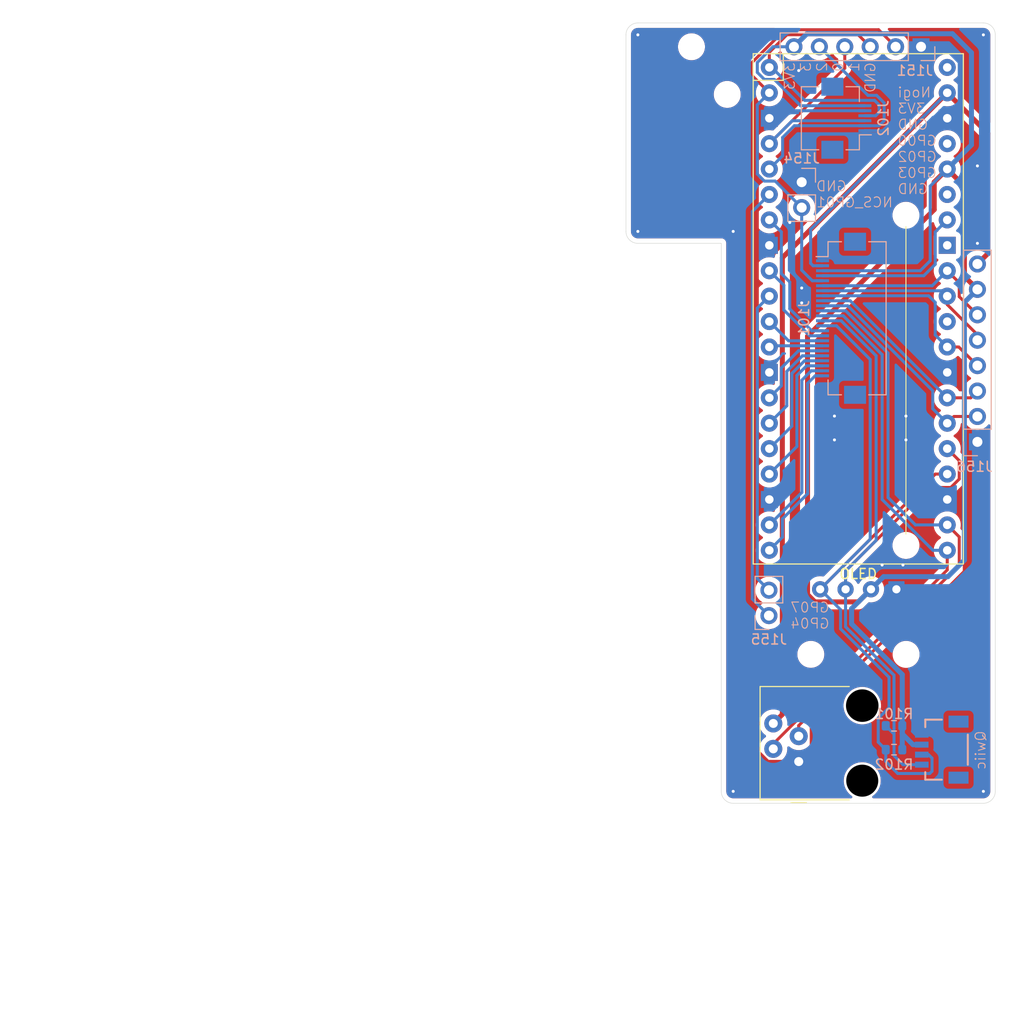
<source format=kicad_pcb>
(kicad_pcb (version 20241229) (generator "pcbnew") (generator_version "9.0")
  (layers (0 "F.Cu" signal) (2 "B.Cu" signal) (13 "F.Paste" user) (15 "B.Paste" user) (5 "F.SilkS" user "F.Silkscreen") (7 "B.SilkS" user "B.Silkscreen") (1 "F.Mask" user) (3 "B.Mask" user) (25 "Edge.Cuts" user))
  (net 0 "")
  (net 1 "GP00_MISO_L")
  (net 2 "GP02_SCLK_L")
  (net 3 "GP03_MOSI_L")
  (net 4 "3V3_L")
  (net 5 "COL13_GP01_NCS_L")
  (net 6 "COL6_GP16_L")
  (net 7 "SDA{slash}SCK_L")
  (net 8 "SCL{slash}TX_L")
  (net 9 "COL7_GP17_L")
  (net 10 "GND_L")
  (net 15 "COL0_L")
  (net 16 "COL1_L")
  (net 17 "COL2_L")
  (net 18 "COL3_L")
  (net 19 "COL4_L")
  (net 20 "COL5_L")
  (net 21 "ROW1_L")
  (net 22 "ROW2_L")
  (net 23 "ROW3_L")
  (net 24 "ROW4_L")
  (net 27 "COL8_L")
  (net 28 "COL9_L")
  (net 29 "COL10_L")
  (net 30 "COL11_L")
  (net 31 "COL12_L")
  (net 32 "ROW0_L")
  (net 33 "VCC_L")
  (net 35 "GP04_L")
  (net 36 "GP07_L")
  (footprint "kbd_Hole:m2_Screw_Hole" (layer "F.Cu") (at 151.209409 34.52801)
    (property "Reference" "Ref**")
    (property "Value" "Val**")
    (pad "" np_thru_hole circle (at 0 0) (size 2.2 2.2) (drill 2.2) (layers "*.Cu" "*.Mask"))
  )
  (footprint "kbd_Hole:m2_Screw_Hole" (layer "F.Cu") (at 147.637624 29.76565)
    (property "Reference" "Ref**")
    (property "Value" "Val**")
    (pad "" np_thru_hole circle (at 0 0) (size 2.2 2.2) (drill 2.2) (layers "*.Cu" "*.Mask"))
  )
  (footprint "Rikkodo_FootPrint:rkd_Guard_Screw_Hall" (layer "F.Cu") (at 164.325122 60.72188 -90)
    (property "Reference" "Point1" (hide yes))
    (property "Value" "Guard_Screw_Hall" (hide yes))
    (pad "" np_thru_hole circle (at 29.765625 -4.7625 270) (size 2.2 2.2) (drill 2.2) (layers "*.Cu" "*.Mask"))
    (pad "" np_thru_hole circle (at 29.765625 4.7625 270) (size 2.2 2.2) (drill 2.2) (layers "*.Cu" "*.Mask"))
  )
  (footprint "Connector_RJ:RJ9_Evercom_5301-440xxx_Horizontal" (layer "F.Cu") (at 158.353125 101.203125 90)
    (property "Reference" "J153" (hide yes))
    (property "Value" "RJ9")
    (fp_line (start 7.5 -3.86) (end 7.5 5.05) (stroke (width 0.12)) (layer "F.SilkS"))
    (fp_line (start -3.82 -3.86) (end 7.5 -3.86) (stroke (width 0.12)) (layer "F.SilkS"))
    (fp_line (start -4.11 0.765) (end -4.11 -0.765) (stroke (width 0.12)) (layer "F.SilkS"))
    (fp_line (start -3.82 5.05) (end -3.82 -3.86) (stroke (width 0.12)) (layer "F.SilkS"))
    (pad "" np_thru_hole circle (at -1.91 6.35 90) (size 3.25 3.25) (drill 3.2) (layers "*.Mask"))
    (pad "" np_thru_hole circle (at 5.59 6.35 90) (size 3.25 3.25) (drill 3.25) (layers "*.Mask"))
    (pad "1" thru_hole roundrect (at 0 0 90) (size 1.8 1.8) (drill 0.9) (layers "*.Cu" "*.Mask") (roundrect_rratio 0.1388888889) (net 10 "GND_L"))
    (pad "2" thru_hole circle (at 1.27 -2.54 90) (size 1.8 1.8) (drill 0.9) (layers "*.Cu" "*.Mask") (net 6 "COL6_GP16_L"))
    (pad "3" thru_hole circle (at 2.54 0 90) (size 1.8 1.8) (drill 0.9) (layers "*.Cu" "*.Mask") (net 9 "COL7_GP17_L"))
    (pad "4" thru_hole circle (at 3.81 -2.54 90) (size 1.8 1.8) (drill 0.9) (layers "*.Cu" "*.Mask") (net 33 "VCC_L"))
  )
  (footprint "Rikkodo_FootPrint:rkd_RPi_Pico_TH_NODBG" (layer "F.Cu") (at 164.306374 55.9594)
    (property "Reference" "U101" (hide yes))
    (property "Value" "Pico")
    (fp_line (start -10.5 -25.5) (end -10.5 25.5) (stroke (width 0.12)) (layer "F.SilkS"))
    (fp_line (start -10.5 -25.5) (end 10.5 -25.5) (stroke (width 0.12)) (layer "F.SilkS"))
    (fp_line (start -10.5 -22.833) (end -7.493 -22.833) (stroke (width 0.12)) (layer "F.SilkS"))
    (fp_line (start -7.493 -22.833) (end -7.493 -25.5) (stroke (width 0.12)) (layer "F.SilkS"))
    (fp_line (start 10.5 -25.5) (end 10.5 25.5) (stroke (width 0.12)) (layer "F.SilkS"))
    (fp_line (start 10.5 25.5) (end -10.5 25.5) (stroke (width 0.12)) (layer "F.SilkS"))
    (pad "1" thru_hole oval (at -8.89 -24.13) (size 1.7 1.7) (drill 0.85) (layers "*.Cu" "*.Mask") (net 1 "GP00_MISO_L"))
    (pad "2" thru_hole oval (at -8.89 -21.59) (size 1.7 1.7) (drill 0.85) (layers "*.Cu" "*.Mask") (net 5 "COL13_GP01_NCS_L"))
    (pad "3" thru_hole rect (at -8.89 -19.05) (size 1.7 1.7) (drill 0.85) (layers "*.Cu" "*.Mask") (net 10 "GND_L"))
    (pad "4" thru_hole oval (at -8.89 -16.51) (size 1.7 1.7) (drill 0.85) (layers "*.Cu" "*.Mask") (net 2 "GP02_SCLK_L"))
    (pad "5" thru_hole oval (at -8.89 -13.97) (size 1.7 1.7) (drill 0.85) (layers "*.Cu" "*.Mask") (net 3 "GP03_MOSI_L"))
    (pad "6" thru_hole oval (at -8.89 -11.43) (size 1.7 1.7) (drill 0.85) (layers "*.Cu" "*.Mask") (net 35 "GP04_L"))
    (pad "7" thru_hole oval (at -8.89 -8.89) (size 1.7 1.7) (drill 0.85) (layers "*.Cu" "*.Mask") (net 15 "COL0_L"))
    (pad "8" thru_hole rect (at -8.89 -6.35) (size 1.7 1.7) (drill 0.85) (layers "*.Cu" "*.Mask") (net 10 "GND_L"))
    (pad "9" thru_hole oval (at -8.89 -3.81) (size 1.7 1.7) (drill 0.85) (layers "*.Cu" "*.Mask") (net 16 "COL1_L"))
    (pad "10" thru_hole oval (at -8.89 -1.27) (size 1.7 1.7) (drill 0.85) (layers "*.Cu" "*.Mask") (net 36 "GP07_L"))
    (pad "11" thru_hole oval (at -8.89 1.27) (size 1.7 1.7) (drill 0.85) (layers "*.Cu" "*.Mask") (net 17 "COL2_L"))
    (pad "12" thru_hole oval (at -8.89 3.81) (size 1.7 1.7) (drill 0.85) (layers "*.Cu" "*.Mask") (net 18 "COL3_L"))
    (pad "13" thru_hole rect (at -8.89 6.35) (size 1.7 1.7) (drill 0.85) (layers "*.Cu" "*.Mask") (net 10 "GND_L"))
    (pad "14" thru_hole oval (at -8.89 8.89) (size 1.7 1.7) (drill 0.85) (layers "*.Cu" "*.Mask") (net 19 "COL4_L"))
    (pad "15" thru_hole oval (at -8.89 11.43) (size 1.7 1.7) (drill 0.85) (layers "*.Cu" "*.Mask") (net 20 "COL5_L"))
    (pad "16" thru_hole oval (at -8.89 13.97) (size 1.7 1.7) (drill 0.85) (layers "*.Cu" "*.Mask") (net 21 "ROW1_L"))
    (pad "17" thru_hole oval (at -8.89 16.51) (size 1.7 1.7) (drill 0.85) (layers "*.Cu" "*.Mask") (net 22 "ROW2_L"))
    (pad "18" thru_hole rect (at -8.89 19.05) (size 1.7 1.7) (drill 0.85) (layers "*.Cu" "*.Mask") (net 10 "GND_L"))
    (pad "19" thru_hole oval (at -8.89 21.59) (size 1.7 1.7) (drill 0.85) (layers "*.Cu" "*.Mask") (net 23 "ROW3_L"))
    (pad "20" thru_hole oval (at -8.89 24.13) (size 1.7 1.7) (drill 0.85) (layers "*.Cu" "*.Mask") (net 24 "ROW4_L"))
    (pad "21" thru_hole oval (at 8.89 24.13) (size 1.7 1.7) (drill 0.85) (layers "*.Cu" "*.Mask") (net 6 "COL6_GP16_L"))
    (pad "22" thru_hole oval (at 8.89 21.59) (size 1.7 1.7) (drill 0.85) (layers "*.Cu" "*.Mask") (net 9 "COL7_GP17_L"))
    (pad "23" thru_hole rect (at 8.89 19.05) (size 1.7 1.7) (drill 0.85) (layers "*.Cu" "*.Mask") (net 10 "GND_L"))
    (pad "24" thru_hole oval (at 8.89 16.51) (size 1.7 1.7) (drill 0.85) (layers "*.Cu" "*.Mask") (net 7 "SDA{slash}SCK_L"))
    (pad "25" thru_hole oval (at 8.89 13.97) (size 1.7 1.7) (drill 0.85) (layers "*.Cu" "*.Mask") (net 8 "SCL{slash}TX_L"))
    (pad "26" thru_hole oval (at 8.89 11.43) (size 1.7 1.7) (drill 0.85) (layers "*.Cu" "*.Mask") (net 27 "COL8_L"))
    (pad "27" thru_hole oval (at 8.89 8.89) (size 1.7 1.7) (drill 0.85) (layers "*.Cu" "*.Mask") (net 28 "COL9_L"))
    (pad "28" thru_hole rect (at 8.89 6.35) (size 1.7 1.7) (drill 0.85) (layers "*.Cu" "*.Mask") (net 10 "GND_L"))
    (pad "29" thru_hole oval (at 8.89 3.81) (size 1.7 1.7) (drill 0.85) (layers "*.Cu" "*.Mask") (net 29 "COL10_L"))
    (pad "30" thru_hole oval (at 8.89 1.27) (size 1.7 1.7) (drill 0.85) (layers "*.Cu" "*.Mask"))
    (pad "31" thru_hole oval (at 8.89 -1.27) (size 1.7 1.7) (drill 0.85) (layers "*.Cu" "*.Mask") (net 30 "COL11_L"))
    (pad "32" thru_hole oval (at 8.89 -3.81) (size 1.7 1.7) (drill 0.85) (layers "*.Cu" "*.Mask") (net 31 "COL12_L"))
    (pad "33" thru_hole rect (at 8.89 -6.35) (size 1.7 1.7) (drill 0.85) (layers "*.Cu" "*.Mask"))
    (pad "34" thru_hole oval (at 8.89 -8.89) (size 1.7 1.7) (drill 0.85) (layers "*.Cu" "*.Mask") (net 32 "ROW0_L"))
    (pad "35" thru_hole oval (at 8.89 -11.43) (size 1.7 1.7) (drill 0.85) (layers "*.Cu" "*.Mask"))
    (pad "36" thru_hole oval (at 8.89 -13.97) (size 1.7 1.7) (drill 0.85) (layers "*.Cu" "*.Mask") (net 4 "3V3_L"))
    (pad "37" thru_hole oval (at 8.89 -16.51) (size 1.7 1.7) (drill 0.85) (layers "*.Cu" "*.Mask"))
    (pad "38" thru_hole rect (at 8.89 -19.05) (size 1.7 1.7) (drill 0.85) (layers "*.Cu" "*.Mask") (net 10 "GND_L"))
    (pad "39" thru_hole oval (at 8.89 -21.59) (size 1.7 1.7) (drill 0.85) (layers "*.Cu" "*.Mask") (net 33 "VCC_L"))
    (pad "40" thru_hole oval (at 8.89 -24.13) (size 1.7 1.7) (drill 0.85) (layers "*.Cu" "*.Mask"))
  )
  (footprint "BrownSugar_KBD:OLED_center_display" (layer "F.Cu") (at 164.306374 65.4844)
    (property "Reference" "OL101")
    (property "Value" "OLED")
    (fp_text user "OLED" (at -0.00013 16.966284 0) (layer "F.SilkS"))
    (pad "1" thru_hole circle (at -3.81 18.5) (size 1.62 1.62) (drill 0.82) (layers "*.Cu" "*.Mask") (net 7 "SDA{slash}SCK_L"))
    (pad "2" thru_hole circle (at -1.27 18.5) (size 1.62 1.62) (drill 0.82) (layers "*.Cu" "*.Mask") (net 8 "SCL{slash}TX_L"))
    (pad "3" thru_hole circle (at 1.27 18.5) (size 1.62 1.62) (drill 0.82) (layers "*.Cu" "*.Mask") (net 4 "3V3_L"))
    (pad "4" thru_hole rect (at 3.81 18.5) (size 1.62 1.62) (drill 0.82) (layers "*.Cu" "*.Mask") (net 10 "GND_L"))
  )
  (footprint "Rikkodo_FootPrint:rkd_unified_wid_BTM" (layer "F.Cu") (at 169.068784 63.10301 -90)
    (property "Reference" "UnifiedW**" (hide yes))
    (property "Value" "rkd_unified_wid_BTM" (hide yes))
    (fp_line (start 16.5 0) (end -16.5 0) (stroke (width 0.1)) (layer "F.SilkS"))
    (pad "" np_thru_hole circle (at -16.5 0 270) (size 2.2 2.2) (drill 2.2) (layers "*.Cu" "*.Mask"))
    (pad "" np_thru_hole circle (at 16.5 0 270) (size 2.2 2.2) (drill 2.2) (layers "*.Cu" "*.Mask"))
  )
  (footprint "Resistor_SMD:R_0603_1608Metric" (layer "B.Cu") (at 167.878125 97.63125 180)
    (property "Reference" "R101" (at 0.000141 1.190625 0) (layer "B.SilkS") (effects (justify mirror)))
    (property "Value" "1kΩ")
    (fp_line (start -0.237258 0.5225) (end 0.237258 0.5225) (stroke (width 0.12)) (layer "B.SilkS"))
    (fp_line (start -0.237258 -0.5225) (end 0.237258 -0.5225) (stroke (width 0.12)) (layer "B.SilkS"))
    (pad "1" smd roundrect (at -0.825 0 180) (size 0.8 0.95) (layers "B.Cu" "B.Mask" "B.Paste") (net 4 "3V3_L"))
    (pad "2" smd roundrect (at 0.825 0 180) (size 0.8 0.95) (layers "B.Cu" "B.Mask" "B.Paste") (net 8 "SCL{slash}TX_L"))
  )
  (footprint "Connector_PinHeader_2.54mm:PinHeader_1x02_P2.54mm_Vertical" (layer "B.Cu") (at 158.650648 43.299024 180)
    (property "Reference" "J154" (at 0 2.38 0) (layer "B.SilkS") (effects (justify mirror)))
    (property "Value" "Conn_01x02_Socket")
    (fp_line (start 1.38 -1.27) (end 1.38 -3.92) (stroke (width 0.12)) (layer "B.SilkS"))
    (fp_line (start -1.38 1.38) (end 0 1.38) (stroke (width 0.12)) (layer "B.SilkS"))
    (fp_line (start -1.38 0) (end -1.38 1.38) (stroke (width 0.12)) (layer "B.SilkS"))
    (fp_line (start -1.38 -1.27) (end 1.38 -1.27) (stroke (width 0.12)) (layer "B.SilkS"))
    (fp_line (start -1.38 -1.27) (end -1.38 -3.92) (stroke (width 0.12)) (layer "B.SilkS"))
    (fp_line (start -1.38 -3.92) (end 1.38 -3.92) (stroke (width 0.12)) (layer "B.SilkS"))
    (pad "1" thru_hole rect (at 0 0 180) (size 1.7 1.7) (drill 1) (layers "*.Cu" "*.Mask") (net 10 "GND_L"))
    (pad "2" thru_hole circle (at 0 -2.54 180) (size 1.7 1.7) (drill 1) (layers "*.Cu" "*.Mask") (net 5 "COL13_GP01_NCS_L"))
  )
  (footprint "SparkFun-Connector:JST_SMD_1.0mm-4_Black" (layer "B.Cu") (at 170.651625 100.0125 -90)
    (property "Reference" "J152")
    (property "Value" "Qwiic_RA")
    (fp_line (start -3 -0.35) (end -2.25 -0.35) (stroke (width 0.2032)) (layer "B.SilkS"))
    (fp_line (start 2.25 -0.35) (end 3 -0.35) (stroke (width 0.2032)) (layer "B.SilkS"))
    (fp_line (start 3 -0.35) (end 3 -2) (stroke (width 0.2032)) (layer "B.SilkS"))
    (fp_line (start -3 -2) (end -3 -0.35) (stroke (width 0.2032)) (layer "B.SilkS"))
    (fp_line (start -1.5 -4.6) (end 1.5 -4.6) (stroke (width 0.2032)) (layer "B.SilkS"))
    (pad "1" smd rect (at -1.5 0 270) (size 0.6 1.35) (layers "B.Cu" "B.Mask" "B.Paste") (net 10 "GND_L"))
    (pad "2" smd rect (at -0.5 0 270) (size 0.6 1.35) (layers "B.Cu" "B.Mask" "B.Paste") (net 4 "3V3_L"))
    (pad "3" smd rect (at 0.5 0 270) (size 0.6 1.35) (layers "B.Cu" "B.Mask" "B.Paste") (net 7 "SDA{slash}SCK_L"))
    (pad "4" smd rect (at 1.5 0 270) (size 0.6 1.35) (layers "B.Cu" "B.Mask" "B.Paste") (net 8 "SCL{slash}TX_L"))
    (pad "NC1" smd rect (at 2.8 -3.675 270) (size 1.2 2) (layers "B.Cu" "B.Mask" "B.Paste"))
    (pad "NC2" smd rect (at -2.8 -3.675 270) (size 1.2 2) (layers "B.Cu" "B.Mask" "B.Paste"))
  )
  (footprint "Connector_PinHeader_2.54mm:PinHeader_1x06_P2.54mm_Vertical" (layer "B.Cu") (at 170.576875 29.765625 90)
    (property "Reference" "J151" (at -2.381223 -0.615299 0) (layer "B.SilkS") (effects (justify mirror)))
    (property "Value" "Conn_01x06")
    (fp_line (start -1.38 -14.08) (end 1.38 -14.08) (stroke (width 0.12)) (layer "B.SilkS"))
    (fp_line (start 1.38 -1.27) (end 1.38 -14.08) (stroke (width 0.12)) (layer "B.SilkS"))
    (fp_line (start -1.38 -1.27) (end -1.38 -14.08) (stroke (width 0.12)) (layer "B.SilkS"))
    (fp_line (start -1.38 -1.27) (end 1.38 -1.27) (stroke (width 0.12)) (layer "B.SilkS"))
    (fp_line (start -1.38 0) (end -1.38 1.38) (stroke (width 0.12)) (layer "B.SilkS"))
    (fp_line (start -1.38 1.38) (end 0 1.38) (stroke (width 0.12)) (layer "B.SilkS"))
    (pad "1" thru_hole rect (at 0 0 90) (size 1.7 1.7) (drill 1) (layers "*.Cu" "*.Mask") (net 10 "GND_L"))
    (pad "2" thru_hole circle (at 0 -2.54 90) (size 1.7 1.7) (drill 1) (layers "*.Cu" "*.Mask") (net 5 "COL13_GP01_NCS_L"))
    (pad "3" thru_hole circle (at 0 -5.08 90) (size 1.7 1.7) (drill 1) (layers "*.Cu" "*.Mask") (net 1 "GP00_MISO_L"))
    (pad "4" thru_hole circle (at 0 -7.62 90) (size 1.7 1.7) (drill 1) (layers "*.Cu" "*.Mask") (net 2 "GP02_SCLK_L"))
    (pad "5" thru_hole circle (at 0 -10.16 90) (size 1.7 1.7) (drill 1) (layers "*.Cu" "*.Mask") (net 3 "GP03_MOSI_L"))
    (pad "6" thru_hole circle (at 0 -12.7 90) (size 1.7 1.7) (drill 1) (layers "*.Cu" "*.Mask") (net 4 "3V3_L"))
  )
  (footprint "Connector_FFC-FPC:Hirose_FH12-6S-0.5SH_1x06-1MP_P0.50mm_Horizontal" (layer "B.Cu") (at 163.115625 36.909375 90)
    (property "Reference" "J102" (at 0 3.7 90) (layer "B.SilkS") (effects (justify mirror)))
    (property "Value" "Conn_01x06")
    (fp_line (start 3.15 -4.5) (end 3.15 -2.76) (stroke (width 0.12)) (layer "B.SilkS"))
    (fp_line (start -3.15 -4.5) (end 3.15 -4.5) (stroke (width 0.12)) (layer "B.SilkS"))
    (fp_line (start -3.15 -2.76) (end -3.15 -4.5) (stroke (width 0.12)) (layer "B.SilkS"))
    (fp_line (start 3.15 1.3) (end 3.15 -0.04) (stroke (width 0.12)) (layer "B.SilkS"))
    (fp_line (start 1.66 1.3) (end 3.15 1.3) (stroke (width 0.12)) (layer "B.SilkS"))
    (fp_line (start -1.66 1.3) (end -3.15 1.3) (stroke (width 0.12)) (layer "B.SilkS"))
    (fp_line (start -1.66 1.3) (end -1.66 2.5) (stroke (width 0.12)) (layer "B.SilkS"))
    (fp_line (start -3.15 1.3) (end -3.15 -0.04) (stroke (width 0.12)) (layer "B.SilkS"))
    (pad "1" smd rect (at -1.25 1.85 90) (size 0.3 1.3) (layers "B.Cu" "B.Mask" "B.Paste") (net 10 "GND_L"))
    (pad "2" smd rect (at -0.75 1.85 90) (size 0.3 1.3) (layers "B.Cu" "B.Mask" "B.Paste") (net 3 "GP03_MOSI_L"))
    (pad "3" smd rect (at -0.25 1.85 90) (size 0.3 1.3) (layers "B.Cu" "B.Mask" "B.Paste") (net 2 "GP02_SCLK_L"))
    (pad "4" smd rect (at 0.25 1.85 90) (size 0.3 1.3) (layers "B.Cu" "B.Mask" "B.Paste") (net 1 "GP00_MISO_L"))
    (pad "5" smd rect (at 0.75 1.85 90) (size 0.3 1.3) (layers "B.Cu" "B.Mask" "B.Paste") (net 10 "GND_L"))
    (pad "6" smd rect (at 1.25 1.85 90) (size 0.3 1.3) (layers "B.Cu" "B.Mask" "B.Paste") (net 4 "3V3_L"))
    (pad "MP" smd rect (at -3.15 -1.4 90) (size 1.8 2.2) (layers "B.Cu" "B.Mask" "B.Paste"))
    (pad "MP" smd rect (at 3.15 -1.4 90) (size 1.8 2.2) (layers "B.Cu" "B.Mask" "B.Paste"))
  )
  (footprint "Connector_PinHeader_2.54mm:PinHeader_1x02_P2.54mm_Vertical" (layer "B.Cu") (at 155.376432 86.617896)
    (property "Reference" "J155" (at 0 2.38 180) (layer "B.SilkS") (effects (justify mirror)))
    (property "Value" "Conn_01x02_Socket")
    (fp_line (start -1.38 -3.92) (end 1.38 -3.92) (stroke (width 0.12)) (layer "B.SilkS"))
    (fp_line (start -1.38 -1.27) (end -1.38 -3.92) (stroke (width 0.12)) (layer "B.SilkS"))
    (fp_line (start -1.38 -1.27) (end 1.38 -1.27) (stroke (width 0.12)) (layer "B.SilkS"))
    (fp_line (start -1.38 0) (end -1.38 1.38) (stroke (width 0.12)) (layer "B.SilkS"))
    (fp_line (start -1.38 1.38) (end 0 1.38) (stroke (width 0.12)) (layer "B.SilkS"))
    (fp_line (start 1.38 -1.27) (end 1.38 -3.92) (stroke (width 0.12)) (layer "B.SilkS"))
    (pad "1" thru_hole circle (at 0 0) (size 1.7 1.7) (drill 1) (layers "*.Cu" "*.Mask") (net 35 "GP04_L"))
    (pad "2" thru_hole circle (at 0 -2.54) (size 1.7 1.7) (drill 1) (layers "*.Cu" "*.Mask") (net 36 "GP07_L"))
  )
  (footprint "Connector_PinHeader_2.54mm:PinHeader_1x08_P2.54mm_Vertical" (layer "B.Cu") (at 176.212648 69.254735)
    (property "Reference" "J156" (at -0.297952 2.480361 180) (layer "B.SilkS") (effects (justify mirror)))
    (property "Value" "Conn_01x08")
    (fp_line (start -1.38 -19.16) (end 1.38 -19.16) (stroke (width 0.12)) (layer "B.SilkS"))
    (fp_line (start -1.38 -1.27) (end -1.38 -19.16) (stroke (width 0.12)) (layer "B.SilkS"))
    (fp_line (start -1.38 -1.27) (end 1.38 -1.27) (stroke (width 0.12)) (layer "B.SilkS"))
    (fp_line (start -1.38 0) (end -1.38 1.38) (stroke (width 0.12)) (layer "B.SilkS"))
    (fp_line (start -1.38 1.38) (end 0 1.38) (stroke (width 0.12)) (layer "B.SilkS"))
    (fp_line (start 1.38 -1.27) (end 1.38 -19.16) (stroke (width 0.12)) (layer "B.SilkS"))
    (pad "1" thru_hole rect (at 0 0) (size 1.7 1.7) (drill 1) (layers "*.Cu" "*.Mask") (net 10 "GND_L"))
    (pad "2" thru_hole circle (at 0 -2.54) (size 1.7 1.7) (drill 1) (layers "*.Cu" "*.Mask") (net 27 "COL8_L"))
    (pad "3" thru_hole circle (at 0 -5.08) (size 1.7 1.7) (drill 1) (layers "*.Cu" "*.Mask") (net 28 "COL9_L"))
    (pad "4" thru_hole circle (at 0 -7.62) (size 1.7 1.7) (drill 1) (layers "*.Cu" "*.Mask") (net 29 "COL10_L"))
    (pad "5" thru_hole circle (at 0 -10.16) (size 1.7 1.7) (drill 1) (layers "*.Cu" "*.Mask") (net 30 "COL11_L"))
    (pad "6" thru_hole circle (at 0 -12.7) (size 1.7 1.7) (drill 1) (layers "*.Cu" "*.Mask") (net 31 "COL12_L"))
    (pad "7" thru_hole circle (at 0 -15.24) (size 1.7 1.7) (drill 1) (layers "*.Cu" "*.Mask") (net 4 "3V3_L"))
    (pad "8" thru_hole circle (at 0 -17.78) (size 1.7 1.7) (drill 1) (layers "*.Cu" "*.Mask") (net 33 "VCC_L"))
  )
  (footprint "Connector_FFC-FPC:Hirose_FH12-24S-0.5SH_1x24-1MP_P0.50mm_Horizontal" (layer "B.Cu") (at 162.584375 56.9 -90)
    (property "Reference" "J101" (at 0 3.7 90) (layer "B.SilkS") (effects (justify mirror)))
    (property "Value" "Conn_01x24")
    (fp_line (start -7.65 1.3) (end -7.65 -0.04) (stroke (width 0.12)) (layer "B.SilkS"))
    (fp_line (start -6.16 1.3) (end -6.16 2.5) (stroke (width 0.12)) (layer "B.SilkS"))
    (fp_line (start -6.16 1.3) (end -7.65 1.3) (stroke (width 0.12)) (layer "B.SilkS"))
    (fp_line (start 6.16 1.3) (end 7.65 1.3) (stroke (width 0.12)) (layer "B.SilkS"))
    (fp_line (start 7.65 1.3) (end 7.65 -0.04) (stroke (width 0.12)) (layer "B.SilkS"))
    (fp_line (start -7.65 -2.76) (end -7.65 -4.5) (stroke (width 0.12)) (layer "B.SilkS"))
    (fp_line (start -7.65 -4.5) (end 7.65 -4.5) (stroke (width 0.12)) (layer "B.SilkS"))
    (fp_line (start 7.65 -4.5) (end 7.65 -2.76) (stroke (width 0.12)) (layer "B.SilkS"))
    (pad "1" smd rect (at -5.75 1.85 270) (size 0.3 1.3) (layers "B.Cu" "B.Mask" "B.Paste") (net 10 "GND_L"))
    (pad "2" smd rect (at -5.25 1.85 270) (size 0.3 1.3) (layers "B.Cu" "B.Mask" "B.Paste") (net 33 "VCC_L"))
    (pad "3" smd rect (at -4.75 1.85 270) (size 0.3 1.3) (layers "B.Cu" "B.Mask" "B.Paste") (net 4 "3V3_L"))
    (pad "4" smd rect (at -4.25 1.85 270) (size 0.3 1.3) (layers "B.Cu" "B.Mask" "B.Paste") (net 32 "ROW0_L"))
    (pad "5" smd rect (at -3.75 1.85 270) (size 0.3 1.3) (layers "B.Cu" "B.Mask" "B.Paste") (net 5 "COL13_GP01_NCS_L"))
    (pad "6" smd rect (at -3.25 1.85 270) (size 0.3 1.3) (layers "B.Cu" "B.Mask" "B.Paste") (net 31 "COL12_L"))
    (pad "7" smd rect (at -2.75 1.85 270) (size 0.3 1.3) (layers "B.Cu" "B.Mask" "B.Paste") (net 30 "COL11_L"))
    (pad "8" smd rect (at -2.25 1.85 270) (size 0.3 1.3) (layers "B.Cu" "B.Mask" "B.Paste") (net 29 "COL10_L"))
    (pad "9" smd rect (at -1.75 1.85 270) (size 0.3 1.3) (layers "B.Cu" "B.Mask" "B.Paste") (net 28 "COL9_L"))
    (pad "10" smd rect (at -1.25 1.85 270) (size 0.3 1.3) (layers "B.Cu" "B.Mask" "B.Paste") (net 27 "COL8_L"))
    (pad "11" smd rect (at -0.75 1.85 270) (size 0.3 1.3) (layers "B.Cu" "B.Mask" "B.Paste") (net 9 "COL7_GP17_L"))
    (pad "12" smd rect (at -0.25 1.85 270) (size 0.3 1.3) (layers "B.Cu" "B.Mask" "B.Paste") (net 6 "COL6_GP16_L"))
    (pad "13" smd rect (at 0.25 1.85 270) (size 0.3 1.3) (layers "B.Cu" "B.Mask" "B.Paste") (net 8 "SCL{slash}TX_L"))
    (pad "14" smd rect (at 0.75 1.85 270) (size 0.3 1.3) (layers "B.Cu" "B.Mask" "B.Paste") (net 7 "SDA{slash}SCK_L"))
    (pad "15" smd rect (at 1.25 1.85 270) (size 0.3 1.3) (layers "B.Cu" "B.Mask" "B.Paste") (net 15 "COL0_L"))
    (pad "16" smd rect (at 1.75 1.85 270) (size 0.3 1.3) (layers "B.Cu" "B.Mask" "B.Paste") (net 16 "COL1_L"))
    (pad "17" smd rect (at 2.25 1.85 270) (size 0.3 1.3) (layers "B.Cu" "B.Mask" "B.Paste") (net 17 "COL2_L"))
    (pad "18" smd rect (at 2.75 1.85 270) (size 0.3 1.3) (layers "B.Cu" "B.Mask" "B.Paste") (net 18 "COL3_L"))
    (pad "19" smd rect (at 3.25 1.85 270) (size 0.3 1.3) (layers "B.Cu" "B.Mask" "B.Paste") (net 19 "COL4_L"))
    (pad "20" smd rect (at 3.75 1.85 270) (size 0.3 1.3) (layers "B.Cu" "B.Mask" "B.Paste") (net 20 "COL5_L"))
    (pad "21" smd rect (at 4.25 1.85 270) (size 0.3 1.3) (layers "B.Cu" "B.Mask" "B.Paste") (net 21 "ROW1_L"))
    (pad "22" smd rect (at 4.75 1.85 270) (size 0.3 1.3) (layers "B.Cu" "B.Mask" "B.Paste") (net 22 "ROW2_L"))
    (pad "23" smd rect (at 5.25 1.85 270) (size 0.3 1.3) (layers "B.Cu" "B.Mask" "B.Paste") (net 23 "ROW3_L"))
    (pad "24" smd rect (at 5.75 1.85 270) (size 0.3 1.3) (layers "B.Cu" "B.Mask" "B.Paste") (net 24 "ROW4_L"))
    (pad "MP" smd rect (at -7.65 -1.4 270) (size 1.8 2.2) (layers "B.Cu" "B.Mask" "B.Paste"))
    (pad "MP" smd rect (at 7.65 -1.4 270) (size 1.8 2.2) (layers "B.Cu" "B.Mask" "B.Paste"))
  )
  (footprint "Resistor_SMD:R_0603_1608Metric" (layer "B.Cu") (at 167.878125 100.0125 180)
    (property "Reference" "R102" (at 0.000141 -1.488196 0) (layer "B.SilkS") (effects (justify mirror)))
    (property "Value" "1kΩ")
    (fp_line (start -0.237258 0.5225) (end 0.237258 0.5225) (stroke (width 0.12)) (layer "B.SilkS"))
    (fp_line (start -0.237258 -0.5225) (end 0.237258 -0.5225) (stroke (width 0.12)) (layer "B.SilkS"))
    (pad "1" smd roundrect (at -0.825 0 180) (size 0.8 0.95) (layers "B.Cu" "B.Mask" "B.Paste") (net 4 "3V3_L"))
    (pad "2" smd roundrect (at 0.825 0 180) (size 0.8 0.95) (layers "B.Cu" "B.Mask" "B.Paste") (net 7 "SDA{slash}SCK_L"))
  )
  (gr_arc (start 176.807961 27.384398) (mid 177.649848 27.733141) (end 177.998609 28.575023) (stroke (width 0.05)) (layer "Edge.Cuts"))
  (gr_arc (start 142.279787 49.41102) (mid 141.437898 49.062289) (end 141.089139 48.220395) (stroke (width 0.05)) (layer "Edge.Cuts"))
  (gr_arc (start 141.089182 28.575046) (mid 141.437928 27.733184) (end 142.279807 27.384398) (stroke (width 0.05)) (layer "Edge.Cuts"))
  (gr_line (start 141.089182 28.5751) (end 141.089139 48.220395) (stroke (width 0.05)) (layer "Edge.Cuts"))
  (gr_line (start 142.279787 49.41102) (end 150.614205 49.410979) (stroke (width 0.05)) (layer "Edge.Cuts"))
  (gr_line (start 142.286072 27.384398) (end 176.807961 27.384398) (stroke (width 0.05)) (layer "Edge.Cuts"))
  (gr_line (start 150.614205 49.410979) (end 150.614189 104.171071) (stroke (width 0.05)) (layer "Edge.Cuts"))
  (gr_arc (start 177.998629 104.179795) (mid 177.649905 105.021699) (end 176.808004 105.370443) (stroke (width 0.05)) (layer "Edge.Cuts"))
  (gr_line (start 151.804815 105.370401) (end 176.807961 105.370401) (stroke (width 0.05)) (layer "Edge.Cuts"))
  (gr_arc (start 151.804795 105.370443) (mid 150.962893 105.021716) (end 150.614147 104.179818) (stroke (width 0.05)) (layer "Edge.Cuts"))
  (gr_line (start 177.998587 104.179775) (end 177.998601 28.575023) (stroke (width 0.05)) (layer "Edge.Cuts"))
  (gr_text "3V3\n3\n2\n0\n1\nGND" (at 166.092048 31.25388 90) (layer "B.SilkS") (effects (font (size 1 1) (thickness 0.1)) (justify left bottom mirror)))
  (gr_text "GND\nNCS_GP01" (at 160.030648 45.894024 0) (layer "B.SilkS") (effects (font (size 1 1) (thickness 0.1)) (justify right bottom mirror)))
  (gr_text "GP07\nGP04" (at 157.460024 87.997896 0) (layer "B.SilkS") (effects (font (size 1 1) (thickness 0.1)) (justify right bottom mirror)))
  (gr_text "Nogi\n3V3\nGND\nGP00\nGP02\nGP03\nGND" (at 168.17564 44.569024 0) (layer "B.SilkS") (effects (font (size 1 1) (thickness 0.1)) (justify right bottom mirror)))
  (gr_text "Qwiic" (at 177.10532 102.096008 90) (layer "B.SilkS") (effects (font (size 1 1) (thickness 0.1)) (justify right bottom mirror)))
  (segment (start 164.295875 28.564625) (end 157.172875 28.564625) (width 0.3) (layer "F.Cu") (net 1))
  (segment (start 165.496875 29.765625) (end 164.295875 28.564625) (width 0.3) (layer "F.Cu") (net 1))
  (segment (start 155.416374 30.321126) (end 155.416374 31.8294) (width 0.3) (layer "F.Cu") (net 1))
  (segment (start 157.172875 28.564625) (end 155.416374 30.321126) (width 0.3) (layer "F.Cu") (net 1))
  (segment (start 166.044361 36.659375) (end 166.389704 36.314032) (width 0.3) (layer "B.Cu") (net 1))
  (segment (start 165.931658 35.123408) (end 158.948304 35.123408) (width 0.3) (layer "B.Cu") (net 1))
  (segment (start 164.965625 36.659375) (end 166.044361 36.659375) (width 0.3) (layer "B.Cu") (net 1))
  (segment (start 166.389704 36.314032) (end 166.389704 35.581454) (width 0.3) (layer "B.Cu") (net 1))
  (segment (start 158.948304 35.123408) (end 155.654296 31.8294) (width 0.3) (layer "B.Cu") (net 1))
  (segment (start 155.654296 31.8294) (end 155.416374 31.8294) (width 0.3) (layer "B.Cu") (net 1))
  (segment (start 166.389704 35.581454) (end 165.931658 35.123408) (width 0.3) (layer "B.Cu") (net 1))
  (segment (start 162.956875 31.908899) (end 155.416374 39.4494) (width 0.3) (layer "F.Cu") (net 2))
  (segment (start 162.956875 29.765625) (end 162.956875 31.908899) (width 0.3) (layer "F.Cu") (net 2))
  (segment (start 164.965625 37.159375) (end 157.706399 37.159375) (width 0.3) (layer "B.Cu") (net 2))
  (segment (start 157.706399 37.159375) (end 155.416374 39.4494) (width 0.3) (layer "B.Cu") (net 2))
  (segment (start 156.745807 38.828487) (end 157.914919 37.659375) (width 0.3) (layer "B.Cu") (net 3))
  (segment (start 166.139178 34.622408) (end 166.890704 35.373933) (width 0.3) (layer "B.Cu") (net 3))
  (segment (start 160.416875 29.765625) (end 165.273658 34.622408) (width 0.3) (layer "B.Cu") (net 3))
  (segment (start 166.396021 37.659375) (end 164.965625 37.659375) (width 0.3) (layer "B.Cu") (net 3))
  (segment (start 157.914919 37.659375) (end 164.965625 37.659375) (width 0.3) (layer "B.Cu") (net 3))
  (segment (start 155.416374 41.9894) (end 156.745807 40.659967) (width 0.3) (layer "B.Cu") (net 3))
  (segment (start 165.273658 34.622408) (end 166.139178 34.622408) (width 0.3) (layer "B.Cu") (net 3))
  (segment (start 156.745807 40.659967) (end 156.745807 38.828487) (width 0.3) (layer "B.Cu") (net 3))
  (segment (start 166.890704 35.373933) (end 166.890704 37.164692) (width 0.3) (layer "B.Cu") (net 3))
  (segment (start 166.890704 37.164692) (end 166.396021 37.659375) (width 0.3) (layer "B.Cu") (net 3))
  (segment (start 159.235374 84.506724) (end 159.97405 85.2454) (width 0.5) (layer "F.Cu") (net 4))
  (segment (start 174.911648 52.713735) (end 174.911648 43.704674) (width 0.5) (layer "F.Cu") (net 4))
  (segment (start 164.315374 85.2454) (end 165.576374 83.9844) (width 0.5) (layer "F.Cu") (net 4))
  (segment (start 176.212648 54.014735) (end 174.911648 52.713735) (width 0.5) (layer "F.Cu") (net 4))
  (segment (start 171.895374 43.2904) (end 171.895374 46.040576) (width 0.5) (layer "F.Cu") (net 4))
  (segment (start 159.97405 85.2454) (end 164.315374 85.2454) (width 0.5) (layer "F.Cu") (net 4))
  (segment (start 173.196374 41.9894) (end 171.895374 43.2904) (width 0.5) (layer "F.Cu") (net 4))
  (segment (start 171.895374 46.040576) (end 159.235374 58.700577) (width 0.5) (layer "F.Cu") (net 4))
  (segment (start 174.911648 43.704674) (end 173.196374 41.9894) (width 0.5) (layer "F.Cu") (net 4))
  (segment (start 159.235374 58.700577) (end 159.235374 84.506724) (width 0.5) (layer "F.Cu") (net 4))
  (segment (start 155.913845 33.0304) (end 154.918903 33.0304) (width 0.3) (layer "B.Cu") (net 4))
  (segment (start 168.703125 97.63125) (end 168.703125 100.0125) (width 0.5) (layer "B.Cu") (net 4))
  (segment (start 163.637374 85.9234) (end 163.637374 87.437438) (width 0.5) (layer "B.Cu") (net 4))
  (segment (start 168.703125 97.63125) (end 168.703125 98.441) (width 0.5) (layer "B.Cu") (net 4))
  (segment (start 154.215374 32.326871) (end 154.215374 31.331929) (width 0.3) (layer "B.Cu") (net 4))
  (segment (start 173.260975 82.7234) (end 166.837374 82.7234) (width 0.5) (layer "B.Cu") (net 4))
  (segment (start 158.54282 35.659375) (end 155.913845 33.0304) (width 0.3) (layer "B.Cu") (net 4))
  (segment (start 154.918903 33.0304) (end 154.215374 32.326871) (width 0.3) (layer "B.Cu") (net 4))
  (segment (start 165.576374 83.9844) (end 163.637374 85.9234) (width 0.5) (layer "B.Cu") (net 4))
  (segment (start 154.215374 31.331929) (end 155.781678 29.765625) (width 0.3) (layer "B.Cu") (net 4))
  (segment (start 171.494374 51.152314) (end 171.494374 43.6914) (width 0.3) (layer "B.Cu") (net 4))
  (segment (start 171.494374 43.6914) (end 173.196374 41.9894) (width 0.3) (layer "B.Cu") (net 4))
  (segment (start 170.496688 52.15) (end 171.494374 51.152314) (width 0.3) (layer "B.Cu") (net 4))
  (segment (start 174.911648 55.315735) (end 174.911648 71.327273) (width 0.5) (layer "B.Cu") (net 4))
  (segment (start 166.837374 82.7234) (end 165.576374 83.9844) (width 0.5) (layer "B.Cu") (net 4))
  (segment (start 176.212648 54.014735) (end 174.911648 55.315735) (width 0.5) (layer "B.Cu") (net 4))
  (segment (start 168.703125 98.441) (end 169.774625 99.5125) (width 0.5) (layer "B.Cu") (net 4))
  (segment (start 169.774625 99.5125) (end 170.651625 99.5125) (width 0.5) (layer "B.Cu") (net 4))
  (segment (start 157.876875 29.765625) (end 159.177875 28.464625) (width 0.5) (layer "B.Cu") (net 4))
  (segment (start 173.720875 28.464625) (end 175.617335 30.361085) (width 0.5) (layer "B.Cu") (net 4))
  (segment (start 168.703125 92.503189) (end 168.703125 97.63125) (width 0.5) (layer "B.Cu") (net 4))
  (segment (start 174.911648 81.072727) (end 173.260975 82.7234) (width 0.5) (layer "B.Cu") (net 4))
  (segment (start 175.617335 30.361085) (end 175.617335 39.568439) (width 0.5) (layer "B.Cu") (net 4))
  (segment (start 159.177875 28.464625) (end 173.720875 28.464625) (width 0.5) (layer "B.Cu") (net 4))
  (segment (start 163.637374 87.437438) (end 168.703125 92.503189) (width 0.5) (layer "B.Cu") (net 4))
  (segment (start 174.911648 71.327273) (end 174.911648 81.072727) (width 0.5) (layer "B.Cu") (net 4))
  (segment (start 155.781678 29.765625) (end 157.876875 29.765625) (width 0.3) (layer "B.Cu") (net 4))
  (segment (start 175.617335 39.568439) (end 173.196374 41.9894) (width 0.5) (layer "B.Cu") (net 4))
  (segment (start 160.734375 52.15) (end 170.496688 52.15) (width 0.3) (layer "B.Cu") (net 4))
  (segment (start 164.965625 35.659375) (end 158.54282 35.659375) (width 0.3) (layer "B.Cu") (net 4))
  (segment (start 156.965354 28.063625) (end 153.590625 31.438354) (width 0.3) (layer "F.Cu") (net 5))
  (segment (start 153.590625 31.438354) (end 153.590625 32.543651) (width 0.3) (layer "F.Cu") (net 5))
  (segment (start 153.590625 32.543651) (end 155.416374 34.3694) (width 0.3) (layer "F.Cu") (net 5))
  (segment (start 168.036875 29.765625) (end 166.334875 28.063625) (width 0.3) (layer "F.Cu") (net 5))
  (segment (start 166.334875 28.063625) (end 156.965354 28.063625) (width 0.3) (layer "F.Cu") (net 5))
  (segment (start 154.215374 42.486871) (end 154.918903 43.1904) (width 0.3) (layer "B.Cu") (net 5))
  (segment (start 154.918903 43.1904) (end 156.002024 43.1904) (width 0.3) (layer "B.Cu") (net 5))
  (segment (start 155.416374 34.3694) (end 154.215374 35.5704) (width 0.3) (layer "B.Cu") (net 5))
  (segment (start 154.215374 35.5704) (end 154.215374 41.076528) (width 0.3) (layer "B.Cu") (net 5))
  (segment (start 158.650648 52.0898) (end 159.710848 53.15) (width 0.3) (layer "B.Cu") (net 5))
  (segment (start 159.710848 53.15) (end 160.734375 53.15) (width 0.3) (layer "B.Cu") (net 5))
  (segment (start 158.650648 45.839024) (end 158.650648 52.0898) (width 0.3) (layer "B.Cu") (net 5))
  (segment (start 154.215374 41.076528) (end 154.215374 42.486871) (width 0.3) (layer "B.Cu") (net 5))
  (segment (start 156.002024 43.1904) (end 158.650648 45.839024) (width 0.3) (layer "B.Cu") (net 5))
  (segment (start 173.196374 82.050694) (end 173.196374 80.0894) (width 0.3) (layer "F.Cu") (net 6))
  (segment (start 155.813125 99.433943) (end 173.196374 82.050694) (width 0.3) (layer "F.Cu") (net 6))
  (segment (start 155.813125 99.933125) (end 155.813125 99.433943) (width 0.3) (layer "F.Cu") (net 6))
  (segment (start 166.6875 75.009452) (end 171.767448 80.0894) (width 0.3) (layer "B.Cu") (net 6))
  (segment (start 162.800984 56.651) (end 166.6875 60.537516) (width 0.3) (layer "B.Cu") (net 6))
  (segment (start 166.6875 60.537516) (end 166.6875 75.009452) (width 0.3) (layer "B.Cu") (net 6))
  (segment (start 160.734375 56.65) (end 162.799984 56.65) (width 0.3) (layer "B.Cu") (net 6))
  (segment (start 171.767448 80.0894) (end 173.196374 80.0894) (width 0.3) (layer "B.Cu") (net 6))
  (segment (start 173.196374 72.4694) (end 172.011374 72.4694) (width 0.3) (layer "F.Cu") (net 7))
  (segment (start 172.011374 72.4694) (end 160.496374 83.9844) (width 0.3) (layer "F.Cu") (net 7))
  (segment (start 167.053125 100.0125) (end 167.053125 101.196021) (width 0.3) (layer "B.Cu") (net 7))
  (segment (start 166.302125 96.879322) (end 167.376984 95.804463) (width 0.3) (layer "B.Cu") (net 7))
  (segment (start 160.496374 83.9844) (end 162.535374 86.0234) (width 0.3) (layer "B.Cu") (net 7))
  (segment (start 162.535374 87.936927) (end 167.376984 92.778536) (width 0.3) (layer "B.Cu") (net 7))
  (segment (start 171.328625 100.5125) (end 170.651625 100.5125) (width 0.3) (layer "B.Cu") (net 7))
  (segment (start 162.535374 86.0234) (end 162.535374 87.936927) (width 0.3) (layer "B.Cu") (net 7))
  (segment (start 171.677625 102.1635) (end 171.677625 100.8615) (width 0.3) (layer "B.Cu") (net 7))
  (segment (start 166.302125 99.2615) (end 166.302125 96.879322) (width 0.3) (layer "B.Cu") (net 7))
  (segment (start 167.053125 101.196021) (end 168.250768 102.393664) (width 0.3) (layer "B.Cu") (net 7))
  (segment (start 165.496875 78.983899) (end 160.496374 83.9844) (width 0.3) (layer "B.Cu") (net 7))
  (segment (start 168.250768 102.393664) (end 171.447461 102.393664) (width 0.3) (layer "B.Cu") (net 7))
  (segment (start 160.734375 57.65) (end 162.127256 57.65) (width 0.3) (layer "B.Cu") (net 7))
  (segment (start 165.496875 61.019619) (end 165.496875 78.983899) (width 0.3) (layer "B.Cu") (net 7))
  (segment (start 171.677625 100.8615) (end 171.328625 100.5125) (width 0.3) (layer "B.Cu") (net 7))
  (segment (start 167.053125 100.0125) (end 166.302125 99.2615) (width 0.3) (layer "B.Cu") (net 7))
  (segment (start 167.376984 95.804463) (end 167.376984 92.778536) (width 0.3) (layer "B.Cu") (net 7))
  (segment (start 171.447461 102.393664) (end 171.677625 102.1635) (width 0.3) (layer "B.Cu") (net 7))
  (segment (start 162.127256 57.65) (end 165.496875 61.019619) (width 0.3) (layer "B.Cu") (net 7))
  (segment (start 163.036374 82.15292) (end 163.036374 83.9844) (width 0.3) (layer "F.Cu") (net 8))
  (segment (start 173.555845 73.8084) (end 171.380894 73.8084) (width 0.3) (layer "F.Cu") (net 8))
  (segment (start 171.380894 73.8084) (end 163.036374 82.15292) (width 0.3) (layer "F.Cu") (net 8))
  (segment (start 174.397374 72.966871) (end 173.555845 73.8084) (width 0.3) (layer "F.Cu") (net 8))
  (segment (start 174.397374 71.1304) (end 174.397374 72.966871) (width 0.3) (layer "F.Cu") (net 8))
  (segment (start 173.196374 69.9294) (end 174.397374 71.1304) (width 0.3) (layer "F.Cu") (net 8))
  (segment (start 170.651625 101.5125) (end 168.782756 101.5125) (width 0.3) (layer "B.Cu") (net 8))
  (segment (start 167.877984 98.456109) (end 167.053125 97.63125) (width 0.3) (layer "B.Cu") (net 8))
  (segment (start 163.036374 83.9844) (end 163.036374 87.729406) (width 0.3) (layer "B.Cu") (net 8))
  (segment (start 167.877984 98.456109) (end 167.877984 92.571016) (width 0.3) (layer "B.Cu") (net 8))
  (segment (start 166.092048 79.097246) (end 166.092048 60.650584) (width 0.3) (layer "B.Cu") (net 8))
  (segment (start 167.877984 100.607728) (end 167.877984 98.456109) (width 0.3) (layer "B.Cu") (net 8))
  (segment (start 166.092048 60.650584) (end 162.591464 57.15) (width 0.3) (layer "B.Cu") (net 8))
  (segment (start 163.036374 83.9844) (end 163.036374 82.15292) (width 0.3) (layer "B.Cu") (net 8))
  (segment (start 162.591464 57.15) (end 160.734375 57.15) (width 0.3) (layer "B.Cu") (net 8))
  (segment (start 163.036374 87.729406) (end 167.877984 92.571016) (width 0.3) (layer "B.Cu") (net 8))
  (segment (start 163.036374 82.15292) (end 166.092048 79.097246) (width 0.3) (layer "B.Cu") (net 8))
  (segment (start 168.782756 101.5125) (end 167.877984 100.607728) (width 0.3) (layer "B.Cu") (net 8))
  (segment (start 158.353125 97.602463) (end 158.353125 98.663125) (width 0.3) (layer "F.Cu") (net 9))
  (segment (start 174.397374 81.558215) (end 158.353125 97.602463) (width 0.3) (layer "F.Cu") (net 9))
  (segment (start 174.397374 78.7504) (end 174.397374 81.558215) (width 0.3) (layer "F.Cu") (net 9))
  (segment (start 173.196374 77.5494) (end 174.397374 78.7504) (width 0.3) (layer "F.Cu") (net 9))
  (segment (start 173.196374 77.5494) (end 170.016856 77.5494) (width 0.3) (layer "B.Cu") (net 9))
  (segment (start 167.282672 74.815216) (end 167.282672 60.388548) (width 0.3) (layer "B.Cu") (net 9))
  (segment (start 170.016856 77.5494) (end 167.282672 74.815216) (width 0.3) (layer "B.Cu") (net 9))
  (segment (start 167.282672 60.388548) (end 163.044124 56.15) (width 0.3) (layer "B.Cu") (net 9))
  (segment (start 163.044124 56.15) (end 160.734375 56.15) (width 0.3) (layer "B.Cu") (net 9))
  (segment (start 173.831225 75.0094) (end 176.212648 72.627977) (width 0.5) (layer "F.Cu") (net 10))
  (segment (start 155.253522 101.284125) (end 158.272125 101.284125) (width 0.5) (layer "F.Cu") (net 10))
  (segment (start 171.45 80.650774) (end 168.116374 83.9844) (width 0.5) (layer "F.Cu") (net 10))
  (segment (start 171.45 76.755774) (end 171.45 80.650774) (width 0.5) (layer "F.Cu") (net 10))
  (segment (start 155.416374 49.6094) (end 154.115374 50.9104) (width 0.5) (layer "F.Cu") (net 10))
  (segment (start 154.115374 73.7084) (end 155.416374 75.0094) (width 0.5) (layer "F.Cu") (net 10))
  (segment (start 174.998374 76.8114) (end 174.998374 82.311258) (width 0.5) (layer "F.Cu") (net 10))
  (segment (start 155.416374 62.3094) (end 154.115374 63.6104) (width 0.5) (layer "F.Cu") (net 10))
  (segment (start 159.704125 99.852125) (end 158.353125 101.203125) (width 0.5) (layer "F.Cu") (net 10))
  (segment (start 153.590496 99.621099) (end 155.253522 101.284125) (width 0.5) (layer "F.Cu") (net 10))
  (segment (start 174.998374 82.311258) (end 159.704125 97.605507) (width 0.5) (layer "F.Cu") (net 10))
  (segment (start 155.416374 75.0094) (end 153.590496 76.835278) (width 0.5) (layer "F.Cu") (net 10))
  (segment (start 173.196374 75.0094) (end 171.45 76.755774) (width 0.5) (layer "F.Cu") (net 10))
  (segment (start 154.115374 50.9104) (end 154.115374 61.0084) (width 0.5) (layer "F.Cu") (net 10))
  (segment (start 158.272125 101.284125) (end 158.353125 101.203125) (width 0.5) (layer "F.Cu") (net 10))
  (segment (start 159.704125 97.605507) (end 159.704125 99.852125) (width 0.5) (layer "F.Cu") (net 10))
  (segment (start 154.115374 48.3084) (end 154.115374 38.2104) (width 0.5) (layer "F.Cu") (net 10))
  (segment (start 155.416374 49.6094) (end 154.115374 48.3084) (width 0.5) (layer "F.Cu") (net 10))
  (segment (start 153.590496 76.835278) (end 153.590496 99.621099) (width 0.5) (layer "F.Cu") (net 10))
  (segment (start 154.115374 38.2104) (end 155.416374 36.9094) (width 0.5) (layer "F.Cu") (net 10))
  (segment (start 154.115374 61.0084) (end 155.416374 62.3094) (width 0.5) (layer "F.Cu") (net 10))
  (segment (start 173.196374 75.0094) (end 174.998374 76.8114) (width 0.5) (layer "F.Cu") (net 10))
  (segment (start 176.212648 72.627977) (end 176.212648 69.254735) (width 0.5) (layer "F.Cu") (net 10))
  (segment (start 154.115374 63.6104) (end 154.115374 73.7084) (width 0.5) (layer "F.Cu") (net 10))
  (segment (start 173.196374 75.0094) (end 173.831225 75.0094) (width 0.5) (layer "F.Cu") (net 10))
  (via (at 151.80456 104.1796) (size 0.6) (drill 0.3) (layers "F.Cu" "B.Cu") (net 10))
  (via (at 166.68736 81.557744) (size 0.6) (drill 0.3) (layers "F.Cu" "B.Cu") (net 10))
  (via (at 157.460024 47.327304) (size 0.6) (drill 0.3) (layers "F.Cu" "B.Cu") (net 10))
  (via (at 176.212648 41.67191) (size 0.6) (drill 0.3) (layers "F.Cu" "B.Cu") (net 10))
  (via (at 158.650648 55.364016) (size 0.6) (drill 0.3) (layers "F.Cu" "B.Cu") (net 10))
  (via (at 161.925 66.675) (size 0.6) (drill 0.3) (layers "F.Cu" "B.Cu") (net 10))
  (via (at 161.925 69.05625) (size 0.6) (drill 0.3) (layers "F.Cu" "B.Cu") (net 10))
  (via (at 142.279568 28.574976) (size 0.6) (drill 0.3) (layers "F.Cu" "B.Cu") (net 10))
  (via (at 176.807961 28.575024) (size 0.6) (drill 0.3) (layers "F.Cu" "B.Cu") (net 10))
  (via (at 169.06875 69.05625) (size 0.6) (drill 0.3) (layers "F.Cu" "B.Cu") (net 10))
  (via (at 142.279568 48.220272) (size 0.6) (drill 0.3) (layers "F.Cu" "B.Cu") (net 10))
  (via (at 168.770952 81.557744) (size 0.6) (drill 0.3) (layers "F.Cu" "B.Cu") (net 10))
  (via (at 158.353125 32.146875) (size 0.6) (drill 0.3) (layers "F.Cu" "B.Cu") (net 10))
  (via (at 169.06875 66.675) (size 0.6) (drill 0.3) (layers "F.Cu" "B.Cu") (net 10))
  (via (at 176.212352 49.410896) (size 0.6) (drill 0.3) (layers "F.Cu" "B.Cu") (net 10))
  (via (at 158.650648 53.875736) (size 0.6) (drill 0.3) (layers "F.Cu" "B.Cu") (net 10))
  (via (at 176.807664 104.1796) (size 0.6) (drill 0.3) (layers "F.Cu" "B.Cu") (net 10))
  (via (at 151.80456 48.220272) (size 0.6) (drill 0.3) (layers "F.Cu" "B.Cu") (net 10))
  (segment (start 170.688622 98.475503) (end 170.651625 98.5125) (width 0.5) (layer "B.Cu") (net 10))
  (segment (start 168.116374 83.9844) (end 170.688622 86.556648) (width 0.5) (layer "B.Cu") (net 10))
  (segment (start 165.19908 41.130484) (end 163.03054 43.299024) (width 0.5) (layer "B.Cu") (net 10))
  (segment (start 171.846374 36.9094) (end 160.734375 48.021399) (width 0.5) (layer "B.Cu") (net 10))
  (segment (start 166.745963 38.159375) (end 170.576875 34.328463) (width 0.3) (layer "B.Cu") (net 10))
  (segment (start 170.688622 86.556648) (end 170.688622 98.475503) (width 0.5) (layer "B.Cu") (net 10))
  (segment (start 165.19908 38.69528) (end 164.901424 38.397624) (width 0.5) (layer "B.Cu") (net 10))
  (segment (start 165.19908 38.69528) (end 165.19908 41.130484) (width 0.5) (layer "B.Cu") (net 10))
  (segment (start 170.576875 34.328463) (end 170.576875 29.765625) (width 0.3) (layer "B.Cu") (net 10))
  (segment (start 173.196374 36.9094) (end 174.497374 35.6084) (width 0.5) (layer "B.Cu") (net 10))
  (segment (start 172.972491 29.765625) (end 170.576875 29.765625) (width 0.5) (layer "B.Cu") (net 10))
  (segment (start 174.497374 35.6084) (end 174.497374 31.290508) (width 0.5) (layer "B.Cu") (net 10))
  (segment (start 173.196374 36.9094) (end 171.846374 36.9094) (width 0.5) (layer "B.Cu") (net 10))
  (segment (start 164.901424 38.324576) (end 164.965625 38.260375) (width 0.5) (layer "B.Cu") (net 10))
  (segment (start 170.576875 29.765625) (end 170.576875 35.752689) (width 0.5) (layer "B.Cu") (net 10))
  (segment (start 164.901424 38.397624) (end 164.901424 38.324576) (width 0.5) (layer "B.Cu") (net 10))
  (segment (start 164.965625 38.159375) (end 166.745963 38.159375) (width 0.3) (layer "B.Cu") (net 10))
  (segment (start 170.576875 35.752689) (end 163.03054 43.299024) (width 0.5) (layer "B.Cu") (net 10))
  (segment (start 174.497374 31.290508) (end 172.972491 29.765625) (width 0.5) (layer "B.Cu") (net 10))
  (segment (start 164.965625 36.159375) (end 156.166399 36.159375) (width 0.3) (layer "B.Cu") (net 10))
  (segment (start 160.734375 48.021399) (end 160.734375 50.948) (width 0.5) (layer "B.Cu") (net 10))
  (segment (start 163.03054 43.299024) (end 158.650648 43.299024) (width 0.5) (layer "B.Cu") (net 10))
  (segment (start 160.633375 51.049) (end 160.734375 51.049) (width 0.5) (layer "B.Cu") (net 10))
  (segment (start 160.734375 50.948) (end 160.633375 51.049) (width 0.5) (layer "B.Cu") (net 10))
  (segment (start 156.166399 36.159375) (end 155.416374 36.9094) (width 0.3) (layer "B.Cu") (net 10))
  (segment (start 157.460024 53.280424) (end 157.460024 55.959328) (width 0.3) (layer "B.Cu") (net 15))
  (segment (start 159.650696 58.15) (end 160.734375 58.15) (width 0.3) (layer "B.Cu") (net 15))
  (segment (start 156.617374 52.437774) (end 157.460024 53.280424) (width 0.3) (layer "B.Cu") (net 15))
  (segment (start 155.416374 47.0694) (end 156.617374 48.2704) (width 0.3) (layer "B.Cu") (net 15))
  (segment (start 156.617374 48.2704) (end 156.617374 52.437774) (width 0.3) (layer "B.Cu") (net 15))
  (segment (start 157.460024 55.959328) (end 159.650696 58.15) (width 0.3) (layer "B.Cu") (net 15))
  (segment (start 156.864712 56.072537) (end 156.864712 53.597738) (width 0.3) (layer "B.Cu") (net 16))
  (segment (start 159.442175 58.65) (end 156.864712 56.072537) (width 0.3) (layer "B.Cu") (net 16))
  (segment (start 160.734375 58.65) (end 159.442175 58.65) (width 0.3) (layer "B.Cu") (net 16))
  (segment (start 156.864712 53.597738) (end 155.416374 52.1494) (width 0.3) (layer "B.Cu") (net 16))
  (segment (start 155.416374 57.2294) (end 157.336974 59.15) (width 0.3) (layer "B.Cu") (net 17))
  (segment (start 157.336974 59.15) (end 160.734375 59.15) (width 0.3) (layer "B.Cu") (net 17))
  (segment (start 160.734375 59.65) (end 155.535774 59.65) (width 0.3) (layer "B.Cu") (net 18))
  (segment (start 155.535774 59.65) (end 155.416374 59.7694) (width 0.3) (layer "B.Cu") (net 18))
  (segment (start 160.734375 60.15) (end 160.168593 60.15) (width 0.3) (layer "B.Cu") (net 19))
  (segment (start 158.329504 60.15) (end 156.617374 61.86213) (width 0.3) (layer "B.Cu") (net 19))
  (segment (start 160.734375 60.15) (end 158.329504 60.15) (width 0.3) (layer "B.Cu") (net 19))
  (segment (start 156.617374 61.86213) (end 156.617374 63.6484) (width 0.3) (layer "B.Cu") (net 19))
  (segment (start 156.617374 63.6484) (end 155.416374 64.8494) (width 0.3) (layer "B.Cu") (net 19))
  (segment (start 158.722472 60.65) (end 157.162368 62.210104) (width 0.3) (layer "B.Cu") (net 20))
  (segment (start 157.162368 65.643406) (end 155.416374 67.3894) (width 0.3) (layer "B.Cu") (net 20))
  (segment (start 160.734375 60.65) (end 158.722472 60.65) (width 0.3) (layer "B.Cu") (net 20))
  (segment (start 157.162368 62.210104) (end 157.162368 65.643406) (width 0.3) (layer "B.Cu") (net 20))
  (segment (start 158.930992 61.15) (end 157.665456 62.415536) (width 0.3) (layer "B.Cu") (net 21))
  (segment (start 157.665456 62.415536) (end 157.665456 67.680318) (width 0.3) (layer "B.Cu") (net 21))
  (segment (start 157.665456 67.680318) (end 155.416374 69.9294) (width 0.3) (layer "B.Cu") (net 21))
  (segment (start 160.734375 61.15) (end 158.930992 61.15) (width 0.3) (layer "B.Cu") (net 21))
  (segment (start 158.168544 69.71723) (end 158.168544 62.620968) (width 0.3) (layer "B.Cu") (net 22))
  (segment (start 159.139512 61.65) (end 160.734375 61.65) (width 0.3) (layer "B.Cu") (net 22))
  (segment (start 158.168544 62.620968) (end 159.139512 61.65) (width 0.3) (layer "B.Cu") (net 22))
  (segment (start 155.416374 72.4694) (end 158.168544 69.71723) (width 0.3) (layer "B.Cu") (net 22))
  (segment (start 160.734375 62.15) (end 159.60372 62.15) (width 0.3) (layer "B.Cu") (net 23))
  (segment (start 159.60372 62.15) (end 158.669544 63.084176) (width 0.3) (layer "B.Cu") (net 23))
  (segment (start 158.669544 63.084176) (end 158.669544 74.29623) (width 0.3) (layer "B.Cu") (net 23))
  (segment (start 158.669544 74.29623) (end 155.416374 77.5494) (width 0.3) (layer "B.Cu") (net 23))
  (segment (start 159.24596 63.400728) (end 159.24596 74.428334) (width 0.3) (layer "B.Cu") (net 24))
  (segment (start 159.24596 74.428334) (end 156.723051 76.951243) (width 0.3) (layer "B.Cu") (net 24))
  (segment (start 156.723051 76.951243) (end 156.723051 78.782723) (width 0.3) (layer "B.Cu") (net 24))
  (segment (start 160.734375 62.65) (end 159.996688 62.65) (width 0.3) (layer "B.Cu") (net 24))
  (segment (start 156.723051 78.782723) (end 155.416374 80.0894) (width 0.3) (layer "B.Cu") (net 24))
  (segment (start 159.996688 62.65) (end 159.24596 63.400728) (width 0.3) (layer "B.Cu") (net 24))
  (segment (start 176.212648 66.714735) (end 173.871039 66.714735) (width 0.3) (layer "F.Cu") (net 27))
  (segment (start 173.871039 66.714735) (end 173.196374 67.3894) (width 0.3) (layer "F.Cu") (net 27))
  (segment (start 171.747512 65.940538) (end 173.196374 67.3894) (width 0.3) (layer "B.Cu") (net 27))
  (segment (start 171.747512 64.144868) (end 171.747512 65.940538) (width 0.3) (layer "B.Cu") (net 27))
  (segment (start 160.734375 55.65) (end 163.252644 55.65) (width 0.3) (layer "B.Cu") (net 27))
  (segment (start 163.252644 55.65) (end 171.747512 64.144868) (width 0.3) (layer "B.Cu") (net 27))
  (segment (start 175.537983 64.8494) (end 176.212648 64.174735) (width 0.3) (layer "F.Cu") (net 28))
  (segment (start 173.196374 64.8494) (end 175.537983 64.8494) (width 0.3) (layer "F.Cu") (net 28))
  (segment (start 160.734375 55.15) (end 163.496974 55.15) (width 0.3) (layer "B.Cu") (net 28))
  (segment (start 163.496974 55.15) (end 173.196374 64.8494) (width 0.3) (layer "B.Cu") (net 28))
  (segment (start 176.212648 61.634735) (end 174.347313 59.7694) (width 0.3) (layer "F.Cu") (net 29))
  (segment (start 174.347313 59.7694) (end 173.196374 59.7694) (width 0.3) (layer "F.Cu") (net 29))
  (segment (start 171.331152 54.65) (end 171.995374 55.314222) (width 0.3) (layer "B.Cu") (net 29))
  (segment (start 171.995374 55.314222) (end 171.995374 58.5684) (width 0.3) (layer "B.Cu") (net 29))
  (segment (start 171.995374 58.5684) (end 173.196374 59.7694) (width 0.3) (layer "B.Cu") (net 29))
  (segment (start 160.734375 54.65) (end 171.331152 54.65) (width 0.3) (layer "B.Cu") (net 29))
  (segment (start 176.212648 58.547203) (end 173.196374 55.530929) (width 0.3) (layer "F.Cu") (net 30))
  (segment (start 176.212648 59.094735) (end 176.212648 58.547203) (width 0.3) (layer "F.Cu") (net 30))
  (segment (start 173.196374 55.530929) (end 173.196374 54.6894) (width 0.3) (layer "F.Cu") (net 30))
  (segment (start 160.734375 54.15) (end 172.656974 54.15) (width 0.3) (layer "B.Cu") (net 30))
  (segment (start 172.656974 54.15) (end 173.196374 54.6894) (width 0.3) (layer "B.Cu") (net 30))
  (segment (start 174.397374 54.739461) (end 174.397374 53.3504) (width 0.3) (layer "F.Cu") (net 31))
  (segment (start 176.212648 56.554735) (end 174.397374 54.739461) (width 0.3) (layer "F.Cu") (net 31))
  (segment (start 174.397374 53.3504) (end 173.196374 52.1494) (width 0.3) (layer "F.Cu") (net 31))
  (segment (start 171.695774 53.65) (end 160.734375 53.65) (width 0.3) (layer "B.Cu") (net 31))
  (segment (start 173.196374 52.1494) (end 171.695774 53.65) (width 0.3) (layer "B.Cu") (net 31))
  (segment (start 171.995374 48.2704) (end 173.196374 47.0694) (width 0.3) (layer "B.Cu") (net 32))
  (segment (start 170.854544 52.65) (end 171.995374 51.50917) (width 0.3) (layer "B.Cu") (net 32))
  (segment (start 171.995374 51.50917) (end 171.995374 48.2704) (width 0.3) (layer "B.Cu") (net 32))
  (segment (start 160.734375 52.65) (end 170.854544 52.65) (width 0.3) (layer "B.Cu") (net 32))
  (segment (start 156.717374 96.488876) (end 156.717374 50.8484) (width 0.5) (layer "F.Cu") (net 33))
  (segment (start 176.212648 51.474735) (end 177.247597 50.439786) (width 0.5) (layer "F.Cu") (net 33))
  (segment (start 177.247597 50.439786) (end 177.247599 38.420625) (width 0.5) (layer "F.Cu") (net 33))
  (segment (start 177.247599 38.420625) (end 173.196374 34.3694) (width 0.5) (layer "F.Cu") (net 33))
  (segment (start 155.813125 97.393125) (end 156.717374 96.488876) (width 0.5) (layer "F.Cu") (net 33))
  (segment (start 156.717374 50.8484) (end 173.196374 34.3694) (width 0.5) (layer "F.Cu") (net 33))
  (segment (start 173.196374 34.3694) (end 159.543616 48.022158) (width 0.3) (layer "B.Cu") (net 33))
  (segment (start 159.543616 51.409241) (end 159.784375 51.65) (width 0.3) (layer "B.Cu") (net 33))
  (segment (start 159.784375 51.65) (end 160.734375 51.65) (width 0.3) (layer "B.Cu") (net 33))
  (segment (start 159.543616 48.022158) (end 159.543616 51.409241) (width 0.3) (layer "B.Cu") (net 33))
  (segment (start 153.714374 84.955838) (end 153.714374 46.2314) (width 0.3) (layer "B.Cu") (net 35))
  (segment (start 153.714374 46.2314) (end 155.416374 44.5294) (width 0.3) (layer "B.Cu") (net 35))
  (segment (start 155.376432 86.617896) (end 153.714374 84.955838) (width 0.3) (layer "B.Cu") (net 35))
  (segment (start 154.215374 82.916838) (end 154.215374 55.8904) (width 0.3) (layer "B.Cu") (net 36))
  (segment (start 155.376432 84.077896) (end 154.215374 82.916838) (width 0.3) (layer "B.Cu") (net 36))
  (segment (start 154.215374 55.8904) (end 155.416374 54.6894) (width 0.3) (layer "B.Cu") (net 36))
  (zone (net 10) (net_name "GND_L") (layers "F.Cu" "B.Cu") (priority 1) (connect_pads yes (clearance 0.5)) (min_thickness 0.25) (fill yes (thermal_gap 0.5) (thermal_bridge_width 0.5))
    (polygon (pts (xy 141.089181 27.384398) (xy 141.089181 49.410979) (xy 150.614189 49.410979) (xy 150.614189 105.370401) (xy 177.998587 105.370401) (xy 177.998587 27.384398)))
  )
)
</source>
